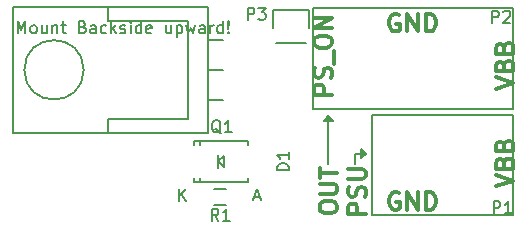
<source format=gto>
G04 #@! TF.FileFunction,Legend,Top*
%FSLAX46Y46*%
G04 Gerber Fmt 4.6, Leading zero omitted, Abs format (unit mm)*
G04 Created by KiCad (PCBNEW 4.0.1-stable) date 2016-06-23 02:02:48*
%MOMM*%
G01*
G04 APERTURE LIST*
%ADD10C,0.100000*%
%ADD11C,0.200000*%
%ADD12C,0.300000*%
%ADD13C,0.150000*%
G04 APERTURE END LIST*
D10*
D11*
X142621000Y-101727000D02*
X142367000Y-101727000D01*
X142494000Y-101473000D02*
X142621000Y-101727000D01*
X142875000Y-101854000D02*
X142494000Y-101473000D01*
X142113000Y-101854000D02*
X142875000Y-101854000D01*
X142494000Y-101473000D02*
X142113000Y-101854000D01*
X142621000Y-101727000D02*
X142367000Y-101727000D01*
X142494000Y-101473000D02*
X142621000Y-101727000D01*
X142875000Y-101854000D02*
X142494000Y-101473000D01*
X142113000Y-101854000D02*
X142875000Y-101854000D01*
X142494000Y-101473000D02*
X142113000Y-101854000D01*
X142494000Y-105537000D02*
X142494000Y-101473000D01*
X145415000Y-104521000D02*
X145415000Y-104775000D01*
X145669000Y-104648000D02*
X145415000Y-104521000D01*
X145288000Y-105029000D02*
X145669000Y-104648000D01*
X145288000Y-104267000D02*
X145288000Y-105029000D01*
X145669000Y-104648000D02*
X145288000Y-104267000D01*
X144780000Y-104648000D02*
X145669000Y-104648000D01*
X144780000Y-104775000D02*
X144780000Y-104648000D01*
X144780000Y-105537000D02*
X144780000Y-104775000D01*
D12*
X141742571Y-109323000D02*
X141742571Y-109037286D01*
X141814000Y-108894428D01*
X141956857Y-108751571D01*
X142242571Y-108680143D01*
X142742571Y-108680143D01*
X143028286Y-108751571D01*
X143171143Y-108894428D01*
X143242571Y-109037286D01*
X143242571Y-109323000D01*
X143171143Y-109465857D01*
X143028286Y-109608714D01*
X142742571Y-109680143D01*
X142242571Y-109680143D01*
X141956857Y-109608714D01*
X141814000Y-109465857D01*
X141742571Y-109323000D01*
X141742571Y-108037285D02*
X142956857Y-108037285D01*
X143099714Y-107965857D01*
X143171143Y-107894428D01*
X143242571Y-107751571D01*
X143242571Y-107465857D01*
X143171143Y-107322999D01*
X143099714Y-107251571D01*
X142956857Y-107180142D01*
X141742571Y-107180142D01*
X141742571Y-106680142D02*
X141742571Y-105822999D01*
X143242571Y-106251570D02*
X141742571Y-106251570D01*
X145642571Y-109715857D02*
X144142571Y-109715857D01*
X144142571Y-109144429D01*
X144214000Y-109001571D01*
X144285429Y-108930143D01*
X144428286Y-108858714D01*
X144642571Y-108858714D01*
X144785429Y-108930143D01*
X144856857Y-109001571D01*
X144928286Y-109144429D01*
X144928286Y-109715857D01*
X145571143Y-108287286D02*
X145642571Y-108073000D01*
X145642571Y-107715857D01*
X145571143Y-107573000D01*
X145499714Y-107501571D01*
X145356857Y-107430143D01*
X145214000Y-107430143D01*
X145071143Y-107501571D01*
X144999714Y-107573000D01*
X144928286Y-107715857D01*
X144856857Y-108001571D01*
X144785429Y-108144429D01*
X144714000Y-108215857D01*
X144571143Y-108287286D01*
X144428286Y-108287286D01*
X144285429Y-108215857D01*
X144214000Y-108144429D01*
X144142571Y-108001571D01*
X144142571Y-107644429D01*
X144214000Y-107430143D01*
X144142571Y-106787286D02*
X145356857Y-106787286D01*
X145499714Y-106715858D01*
X145571143Y-106644429D01*
X145642571Y-106501572D01*
X145642571Y-106215858D01*
X145571143Y-106073000D01*
X145499714Y-106001572D01*
X145356857Y-105930143D01*
X144142571Y-105930143D01*
X142791571Y-99643000D02*
X141291571Y-99643000D01*
X141291571Y-99071572D01*
X141363000Y-98928714D01*
X141434429Y-98857286D01*
X141577286Y-98785857D01*
X141791571Y-98785857D01*
X141934429Y-98857286D01*
X142005857Y-98928714D01*
X142077286Y-99071572D01*
X142077286Y-99643000D01*
X142720143Y-98214429D02*
X142791571Y-98000143D01*
X142791571Y-97643000D01*
X142720143Y-97500143D01*
X142648714Y-97428714D01*
X142505857Y-97357286D01*
X142363000Y-97357286D01*
X142220143Y-97428714D01*
X142148714Y-97500143D01*
X142077286Y-97643000D01*
X142005857Y-97928714D01*
X141934429Y-98071572D01*
X141863000Y-98143000D01*
X141720143Y-98214429D01*
X141577286Y-98214429D01*
X141434429Y-98143000D01*
X141363000Y-98071572D01*
X141291571Y-97928714D01*
X141291571Y-97571572D01*
X141363000Y-97357286D01*
X142934429Y-97071572D02*
X142934429Y-95928715D01*
X141291571Y-95285858D02*
X141291571Y-95000144D01*
X141363000Y-94857286D01*
X141505857Y-94714429D01*
X141791571Y-94643001D01*
X142291571Y-94643001D01*
X142577286Y-94714429D01*
X142720143Y-94857286D01*
X142791571Y-95000144D01*
X142791571Y-95285858D01*
X142720143Y-95428715D01*
X142577286Y-95571572D01*
X142291571Y-95643001D01*
X141791571Y-95643001D01*
X141505857Y-95571572D01*
X141363000Y-95428715D01*
X141291571Y-95285858D01*
X142791571Y-94000143D02*
X141291571Y-94000143D01*
X142791571Y-93143000D01*
X141291571Y-93143000D01*
X148463143Y-92849000D02*
X148320286Y-92777571D01*
X148106000Y-92777571D01*
X147891715Y-92849000D01*
X147748857Y-92991857D01*
X147677429Y-93134714D01*
X147606000Y-93420429D01*
X147606000Y-93634714D01*
X147677429Y-93920429D01*
X147748857Y-94063286D01*
X147891715Y-94206143D01*
X148106000Y-94277571D01*
X148248857Y-94277571D01*
X148463143Y-94206143D01*
X148534572Y-94134714D01*
X148534572Y-93634714D01*
X148248857Y-93634714D01*
X149177429Y-94277571D02*
X149177429Y-92777571D01*
X150034572Y-94277571D01*
X150034572Y-92777571D01*
X150748858Y-94277571D02*
X150748858Y-92777571D01*
X151106001Y-92777571D01*
X151320286Y-92849000D01*
X151463144Y-92991857D01*
X151534572Y-93134714D01*
X151606001Y-93420429D01*
X151606001Y-93634714D01*
X151534572Y-93920429D01*
X151463144Y-94063286D01*
X151320286Y-94206143D01*
X151106001Y-94277571D01*
X150748858Y-94277571D01*
X156658571Y-107410000D02*
X158158571Y-106910000D01*
X156658571Y-106410000D01*
X157372857Y-105410000D02*
X157444286Y-105195714D01*
X157515714Y-105124286D01*
X157658571Y-105052857D01*
X157872857Y-105052857D01*
X158015714Y-105124286D01*
X158087143Y-105195714D01*
X158158571Y-105338572D01*
X158158571Y-105910000D01*
X156658571Y-105910000D01*
X156658571Y-105410000D01*
X156730000Y-105267143D01*
X156801429Y-105195714D01*
X156944286Y-105124286D01*
X157087143Y-105124286D01*
X157230000Y-105195714D01*
X157301429Y-105267143D01*
X157372857Y-105410000D01*
X157372857Y-105910000D01*
X157372857Y-103910000D02*
X157444286Y-103695714D01*
X157515714Y-103624286D01*
X157658571Y-103552857D01*
X157872857Y-103552857D01*
X158015714Y-103624286D01*
X158087143Y-103695714D01*
X158158571Y-103838572D01*
X158158571Y-104410000D01*
X156658571Y-104410000D01*
X156658571Y-103910000D01*
X156730000Y-103767143D01*
X156801429Y-103695714D01*
X156944286Y-103624286D01*
X157087143Y-103624286D01*
X157230000Y-103695714D01*
X157301429Y-103767143D01*
X157372857Y-103910000D01*
X157372857Y-104410000D01*
X148463143Y-107962000D02*
X148320286Y-107890571D01*
X148106000Y-107890571D01*
X147891715Y-107962000D01*
X147748857Y-108104857D01*
X147677429Y-108247714D01*
X147606000Y-108533429D01*
X147606000Y-108747714D01*
X147677429Y-109033429D01*
X147748857Y-109176286D01*
X147891715Y-109319143D01*
X148106000Y-109390571D01*
X148248857Y-109390571D01*
X148463143Y-109319143D01*
X148534572Y-109247714D01*
X148534572Y-108747714D01*
X148248857Y-108747714D01*
X149177429Y-109390571D02*
X149177429Y-107890571D01*
X150034572Y-109390571D01*
X150034572Y-107890571D01*
X150748858Y-109390571D02*
X150748858Y-107890571D01*
X151106001Y-107890571D01*
X151320286Y-107962000D01*
X151463144Y-108104857D01*
X151534572Y-108247714D01*
X151606001Y-108533429D01*
X151606001Y-108747714D01*
X151534572Y-109033429D01*
X151463144Y-109176286D01*
X151320286Y-109319143D01*
X151106001Y-109390571D01*
X150748858Y-109390571D01*
X156658571Y-99155000D02*
X158158571Y-98655000D01*
X156658571Y-98155000D01*
X157372857Y-97155000D02*
X157444286Y-96940714D01*
X157515714Y-96869286D01*
X157658571Y-96797857D01*
X157872857Y-96797857D01*
X158015714Y-96869286D01*
X158087143Y-96940714D01*
X158158571Y-97083572D01*
X158158571Y-97655000D01*
X156658571Y-97655000D01*
X156658571Y-97155000D01*
X156730000Y-97012143D01*
X156801429Y-96940714D01*
X156944286Y-96869286D01*
X157087143Y-96869286D01*
X157230000Y-96940714D01*
X157301429Y-97012143D01*
X157372857Y-97155000D01*
X157372857Y-97655000D01*
X157372857Y-95655000D02*
X157444286Y-95440714D01*
X157515714Y-95369286D01*
X157658571Y-95297857D01*
X157872857Y-95297857D01*
X158015714Y-95369286D01*
X158087143Y-95440714D01*
X158158571Y-95583572D01*
X158158571Y-96155000D01*
X156658571Y-96155000D01*
X156658571Y-95655000D01*
X156730000Y-95512143D01*
X156801429Y-95440714D01*
X156944286Y-95369286D01*
X157087143Y-95369286D01*
X157230000Y-95440714D01*
X157301429Y-95512143D01*
X157372857Y-95655000D01*
X157372857Y-96155000D01*
D13*
X132334000Y-100076000D02*
X133604000Y-100076000D01*
X132334000Y-97536000D02*
X133604000Y-97536000D01*
X132334000Y-94996000D02*
X133604000Y-94996000D01*
X123799600Y-93370400D02*
X123799600Y-92176600D01*
X123825000Y-101727000D02*
X123825000Y-102870000D01*
X130606800Y-101727000D02*
X123850400Y-101727000D01*
X123825000Y-93370400D02*
X130606800Y-93370400D01*
X130606800Y-93370400D02*
X130606800Y-101701600D01*
X121767472Y-97536000D02*
G75*
G03X121767472Y-97536000I-2514472J0D01*
G01*
X123825000Y-92202000D02*
X115824000Y-92202000D01*
X115824000Y-92202000D02*
X115824000Y-102870000D01*
X115824000Y-102870000D02*
X123825000Y-102870000D01*
X132334000Y-92202000D02*
X123825000Y-92202000D01*
X123825000Y-102870000D02*
X132334000Y-102870000D01*
X132334000Y-97536000D02*
X132334000Y-102870000D01*
X132334000Y-97536000D02*
X132334000Y-92202000D01*
X132786500Y-107656000D02*
X133786500Y-107656000D01*
X133786500Y-109006000D02*
X132786500Y-109006000D01*
X133140640Y-105283000D02*
X133690640Y-104833000D01*
X133690640Y-104833000D02*
X133690640Y-105733000D01*
X133690640Y-105733000D02*
X133140640Y-105283000D01*
X133140640Y-104733000D02*
X133140640Y-105833000D01*
X131591500Y-107033060D02*
X131591500Y-106682540D01*
X131591500Y-103532940D02*
X131591500Y-103883460D01*
X135641080Y-107033060D02*
X135641080Y-106682540D01*
X131140200Y-107033060D02*
X131140200Y-106682540D01*
X131140200Y-103532940D02*
X131140200Y-103883460D01*
X135641080Y-103532940D02*
X135641080Y-103883460D01*
X131140200Y-107033060D02*
X135641080Y-107033060D01*
X131140200Y-103532940D02*
X135641080Y-103532940D01*
X146146000Y-101356000D02*
X146146000Y-109856000D01*
X158146000Y-101356000D02*
X158146000Y-109856000D01*
X146146000Y-101356000D02*
X158146000Y-101356000D01*
X146146000Y-109856000D02*
X158146000Y-109856000D01*
X158146000Y-100828000D02*
X158146000Y-92328000D01*
X158146000Y-92328000D02*
X141146000Y-92328000D01*
X141146000Y-100828000D02*
X141146000Y-92328000D01*
X158146000Y-100828000D02*
X141146000Y-100828000D01*
X140869000Y-92430000D02*
X140869000Y-93980000D01*
X137769000Y-93980000D02*
X137769000Y-92430000D01*
X137769000Y-92430000D02*
X140869000Y-92430000D01*
X138049000Y-95250000D02*
X140589000Y-95250000D01*
X133381762Y-102909619D02*
X133286524Y-102862000D01*
X133191286Y-102766762D01*
X133048429Y-102623905D01*
X132953190Y-102576286D01*
X132857952Y-102576286D01*
X132905571Y-102814381D02*
X132810333Y-102766762D01*
X132715095Y-102671524D01*
X132667476Y-102481048D01*
X132667476Y-102147714D01*
X132715095Y-101957238D01*
X132810333Y-101862000D01*
X132905571Y-101814381D01*
X133096048Y-101814381D01*
X133191286Y-101862000D01*
X133286524Y-101957238D01*
X133334143Y-102147714D01*
X133334143Y-102481048D01*
X133286524Y-102671524D01*
X133191286Y-102766762D01*
X133096048Y-102814381D01*
X132905571Y-102814381D01*
X134286524Y-102814381D02*
X133715095Y-102814381D01*
X134000809Y-102814381D02*
X134000809Y-101814381D01*
X133905571Y-101957238D01*
X133810333Y-102052476D01*
X133715095Y-102100095D01*
X116166428Y-94432381D02*
X116166428Y-93432381D01*
X116499762Y-94146667D01*
X116833095Y-93432381D01*
X116833095Y-94432381D01*
X117452142Y-94432381D02*
X117356904Y-94384762D01*
X117309285Y-94337143D01*
X117261666Y-94241905D01*
X117261666Y-93956190D01*
X117309285Y-93860952D01*
X117356904Y-93813333D01*
X117452142Y-93765714D01*
X117595000Y-93765714D01*
X117690238Y-93813333D01*
X117737857Y-93860952D01*
X117785476Y-93956190D01*
X117785476Y-94241905D01*
X117737857Y-94337143D01*
X117690238Y-94384762D01*
X117595000Y-94432381D01*
X117452142Y-94432381D01*
X118642619Y-93765714D02*
X118642619Y-94432381D01*
X118214047Y-93765714D02*
X118214047Y-94289524D01*
X118261666Y-94384762D01*
X118356904Y-94432381D01*
X118499762Y-94432381D01*
X118595000Y-94384762D01*
X118642619Y-94337143D01*
X119118809Y-93765714D02*
X119118809Y-94432381D01*
X119118809Y-93860952D02*
X119166428Y-93813333D01*
X119261666Y-93765714D01*
X119404524Y-93765714D01*
X119499762Y-93813333D01*
X119547381Y-93908571D01*
X119547381Y-94432381D01*
X119880714Y-93765714D02*
X120261666Y-93765714D01*
X120023571Y-93432381D02*
X120023571Y-94289524D01*
X120071190Y-94384762D01*
X120166428Y-94432381D01*
X120261666Y-94432381D01*
X121690239Y-93908571D02*
X121833096Y-93956190D01*
X121880715Y-94003810D01*
X121928334Y-94099048D01*
X121928334Y-94241905D01*
X121880715Y-94337143D01*
X121833096Y-94384762D01*
X121737858Y-94432381D01*
X121356905Y-94432381D01*
X121356905Y-93432381D01*
X121690239Y-93432381D01*
X121785477Y-93480000D01*
X121833096Y-93527619D01*
X121880715Y-93622857D01*
X121880715Y-93718095D01*
X121833096Y-93813333D01*
X121785477Y-93860952D01*
X121690239Y-93908571D01*
X121356905Y-93908571D01*
X122785477Y-94432381D02*
X122785477Y-93908571D01*
X122737858Y-93813333D01*
X122642620Y-93765714D01*
X122452143Y-93765714D01*
X122356905Y-93813333D01*
X122785477Y-94384762D02*
X122690239Y-94432381D01*
X122452143Y-94432381D01*
X122356905Y-94384762D01*
X122309286Y-94289524D01*
X122309286Y-94194286D01*
X122356905Y-94099048D01*
X122452143Y-94051429D01*
X122690239Y-94051429D01*
X122785477Y-94003810D01*
X123690239Y-94384762D02*
X123595001Y-94432381D01*
X123404524Y-94432381D01*
X123309286Y-94384762D01*
X123261667Y-94337143D01*
X123214048Y-94241905D01*
X123214048Y-93956190D01*
X123261667Y-93860952D01*
X123309286Y-93813333D01*
X123404524Y-93765714D01*
X123595001Y-93765714D01*
X123690239Y-93813333D01*
X124118810Y-94432381D02*
X124118810Y-93432381D01*
X124214048Y-94051429D02*
X124499763Y-94432381D01*
X124499763Y-93765714D02*
X124118810Y-94146667D01*
X124880715Y-94384762D02*
X124975953Y-94432381D01*
X125166429Y-94432381D01*
X125261668Y-94384762D01*
X125309287Y-94289524D01*
X125309287Y-94241905D01*
X125261668Y-94146667D01*
X125166429Y-94099048D01*
X125023572Y-94099048D01*
X124928334Y-94051429D01*
X124880715Y-93956190D01*
X124880715Y-93908571D01*
X124928334Y-93813333D01*
X125023572Y-93765714D01*
X125166429Y-93765714D01*
X125261668Y-93813333D01*
X125737858Y-94432381D02*
X125737858Y-93765714D01*
X125737858Y-93432381D02*
X125690239Y-93480000D01*
X125737858Y-93527619D01*
X125785477Y-93480000D01*
X125737858Y-93432381D01*
X125737858Y-93527619D01*
X126642620Y-94432381D02*
X126642620Y-93432381D01*
X126642620Y-94384762D02*
X126547382Y-94432381D01*
X126356905Y-94432381D01*
X126261667Y-94384762D01*
X126214048Y-94337143D01*
X126166429Y-94241905D01*
X126166429Y-93956190D01*
X126214048Y-93860952D01*
X126261667Y-93813333D01*
X126356905Y-93765714D01*
X126547382Y-93765714D01*
X126642620Y-93813333D01*
X127499763Y-94384762D02*
X127404525Y-94432381D01*
X127214048Y-94432381D01*
X127118810Y-94384762D01*
X127071191Y-94289524D01*
X127071191Y-93908571D01*
X127118810Y-93813333D01*
X127214048Y-93765714D01*
X127404525Y-93765714D01*
X127499763Y-93813333D01*
X127547382Y-93908571D01*
X127547382Y-94003810D01*
X127071191Y-94099048D01*
X129166430Y-93765714D02*
X129166430Y-94432381D01*
X128737858Y-93765714D02*
X128737858Y-94289524D01*
X128785477Y-94384762D01*
X128880715Y-94432381D01*
X129023573Y-94432381D01*
X129118811Y-94384762D01*
X129166430Y-94337143D01*
X129642620Y-93765714D02*
X129642620Y-94765714D01*
X129642620Y-93813333D02*
X129737858Y-93765714D01*
X129928335Y-93765714D01*
X130023573Y-93813333D01*
X130071192Y-93860952D01*
X130118811Y-93956190D01*
X130118811Y-94241905D01*
X130071192Y-94337143D01*
X130023573Y-94384762D01*
X129928335Y-94432381D01*
X129737858Y-94432381D01*
X129642620Y-94384762D01*
X130452144Y-93765714D02*
X130642620Y-94432381D01*
X130833097Y-93956190D01*
X131023573Y-94432381D01*
X131214049Y-93765714D01*
X132023573Y-94432381D02*
X132023573Y-93908571D01*
X131975954Y-93813333D01*
X131880716Y-93765714D01*
X131690239Y-93765714D01*
X131595001Y-93813333D01*
X132023573Y-94384762D02*
X131928335Y-94432381D01*
X131690239Y-94432381D01*
X131595001Y-94384762D01*
X131547382Y-94289524D01*
X131547382Y-94194286D01*
X131595001Y-94099048D01*
X131690239Y-94051429D01*
X131928335Y-94051429D01*
X132023573Y-94003810D01*
X132499763Y-94432381D02*
X132499763Y-93765714D01*
X132499763Y-93956190D02*
X132547382Y-93860952D01*
X132595001Y-93813333D01*
X132690239Y-93765714D01*
X132785478Y-93765714D01*
X133547383Y-94432381D02*
X133547383Y-93432381D01*
X133547383Y-94384762D02*
X133452145Y-94432381D01*
X133261668Y-94432381D01*
X133166430Y-94384762D01*
X133118811Y-94337143D01*
X133071192Y-94241905D01*
X133071192Y-93956190D01*
X133118811Y-93860952D01*
X133166430Y-93813333D01*
X133261668Y-93765714D01*
X133452145Y-93765714D01*
X133547383Y-93813333D01*
X134023573Y-94337143D02*
X134071192Y-94384762D01*
X134023573Y-94432381D01*
X133975954Y-94384762D01*
X134023573Y-94337143D01*
X134023573Y-94432381D01*
X134023573Y-94051429D02*
X133975954Y-93480000D01*
X134023573Y-93432381D01*
X134071192Y-93480000D01*
X134023573Y-94051429D01*
X134023573Y-93432381D01*
X133183334Y-110307381D02*
X132850000Y-109831190D01*
X132611905Y-110307381D02*
X132611905Y-109307381D01*
X132992858Y-109307381D01*
X133088096Y-109355000D01*
X133135715Y-109402619D01*
X133183334Y-109497857D01*
X133183334Y-109640714D01*
X133135715Y-109735952D01*
X133088096Y-109783571D01*
X132992858Y-109831190D01*
X132611905Y-109831190D01*
X134135715Y-110307381D02*
X133564286Y-110307381D01*
X133850000Y-110307381D02*
X133850000Y-109307381D01*
X133754762Y-109450238D01*
X133659524Y-109545476D01*
X133564286Y-109593095D01*
X139136381Y-106021095D02*
X138136381Y-106021095D01*
X138136381Y-105783000D01*
X138184000Y-105640142D01*
X138279238Y-105544904D01*
X138374476Y-105497285D01*
X138564952Y-105449666D01*
X138707810Y-105449666D01*
X138898286Y-105497285D01*
X138993524Y-105544904D01*
X139088762Y-105640142D01*
X139136381Y-105783000D01*
X139136381Y-106021095D01*
X139136381Y-104497285D02*
X139136381Y-105068714D01*
X139136381Y-104783000D02*
X138136381Y-104783000D01*
X138279238Y-104878238D01*
X138374476Y-104973476D01*
X138422095Y-105068714D01*
X129878735Y-108635381D02*
X129878735Y-107635381D01*
X130450164Y-108635381D02*
X130021592Y-108063952D01*
X130450164Y-107635381D02*
X129878735Y-108206810D01*
X136202545Y-108299667D02*
X136678736Y-108299667D01*
X136107307Y-108585381D02*
X136440640Y-107585381D01*
X136773974Y-108585381D01*
X156487905Y-109672381D02*
X156487905Y-108672381D01*
X156868858Y-108672381D01*
X156964096Y-108720000D01*
X157011715Y-108767619D01*
X157059334Y-108862857D01*
X157059334Y-109005714D01*
X157011715Y-109100952D01*
X156964096Y-109148571D01*
X156868858Y-109196190D01*
X156487905Y-109196190D01*
X158011715Y-109672381D02*
X157440286Y-109672381D01*
X157726000Y-109672381D02*
X157726000Y-108672381D01*
X157630762Y-108815238D01*
X157535524Y-108910476D01*
X157440286Y-108958095D01*
X156360905Y-93543381D02*
X156360905Y-92543381D01*
X156741858Y-92543381D01*
X156837096Y-92591000D01*
X156884715Y-92638619D01*
X156932334Y-92733857D01*
X156932334Y-92876714D01*
X156884715Y-92971952D01*
X156837096Y-93019571D01*
X156741858Y-93067190D01*
X156360905Y-93067190D01*
X157313286Y-92638619D02*
X157360905Y-92591000D01*
X157456143Y-92543381D01*
X157694239Y-92543381D01*
X157789477Y-92591000D01*
X157837096Y-92638619D01*
X157884715Y-92733857D01*
X157884715Y-92829095D01*
X157837096Y-92971952D01*
X157265667Y-93543381D01*
X157884715Y-93543381D01*
X135659905Y-93289381D02*
X135659905Y-92289381D01*
X136040858Y-92289381D01*
X136136096Y-92337000D01*
X136183715Y-92384619D01*
X136231334Y-92479857D01*
X136231334Y-92622714D01*
X136183715Y-92717952D01*
X136136096Y-92765571D01*
X136040858Y-92813190D01*
X135659905Y-92813190D01*
X136564667Y-92289381D02*
X137183715Y-92289381D01*
X136850381Y-92670333D01*
X136993239Y-92670333D01*
X137088477Y-92717952D01*
X137136096Y-92765571D01*
X137183715Y-92860810D01*
X137183715Y-93098905D01*
X137136096Y-93194143D01*
X137088477Y-93241762D01*
X136993239Y-93289381D01*
X136707524Y-93289381D01*
X136612286Y-93241762D01*
X136564667Y-93194143D01*
M02*

</source>
